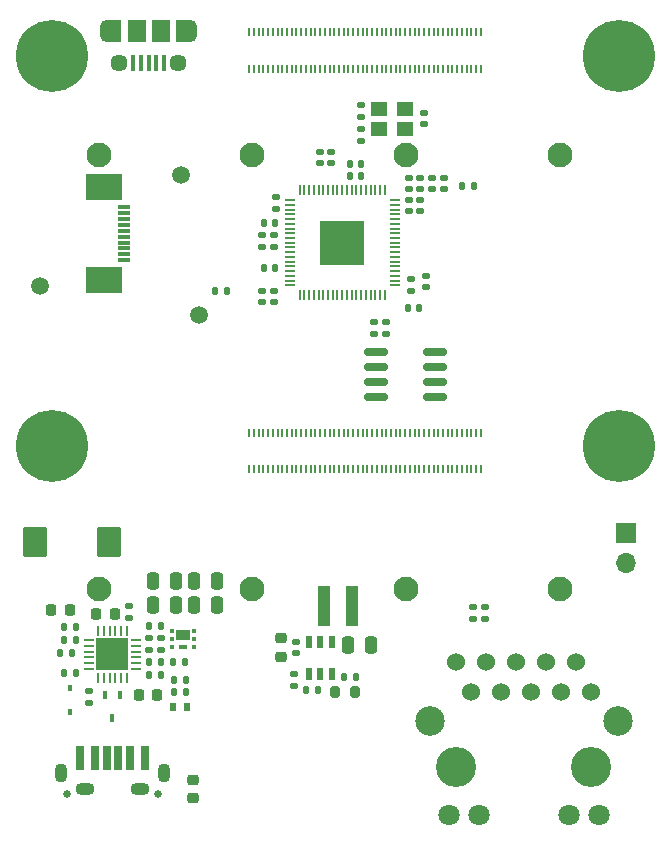
<source format=gbr>
%TF.GenerationSoftware,KiCad,Pcbnew,(6.0.4)*%
%TF.CreationDate,2022-08-11T23:06:16+02:00*%
%TF.ProjectId,MainBoard,4d61696e-426f-4617-9264-2e6b69636164,rev?*%
%TF.SameCoordinates,PXa344e00PY7102aa0*%
%TF.FileFunction,Soldermask,Top*%
%TF.FilePolarity,Negative*%
%FSLAX46Y46*%
G04 Gerber Fmt 4.6, Leading zero omitted, Abs format (unit mm)*
G04 Created by KiCad (PCBNEW (6.0.4)) date 2022-08-11 23:06:16*
%MOMM*%
%LPD*%
G01*
G04 APERTURE LIST*
G04 Aperture macros list*
%AMRoundRect*
0 Rectangle with rounded corners*
0 $1 Rounding radius*
0 $2 $3 $4 $5 $6 $7 $8 $9 X,Y pos of 4 corners*
0 Add a 4 corners polygon primitive as box body*
4,1,4,$2,$3,$4,$5,$6,$7,$8,$9,$2,$3,0*
0 Add four circle primitives for the rounded corners*
1,1,$1+$1,$2,$3*
1,1,$1+$1,$4,$5*
1,1,$1+$1,$6,$7*
1,1,$1+$1,$8,$9*
0 Add four rect primitives between the rounded corners*
20,1,$1+$1,$2,$3,$4,$5,0*
20,1,$1+$1,$4,$5,$6,$7,0*
20,1,$1+$1,$6,$7,$8,$9,0*
20,1,$1+$1,$8,$9,$2,$3,0*%
G04 Aperture macros list end*
%ADD10RoundRect,0.150000X-0.825000X-0.150000X0.825000X-0.150000X0.825000X0.150000X-0.825000X0.150000X0*%
%ADD11RoundRect,0.140000X0.140000X0.170000X-0.140000X0.170000X-0.140000X-0.170000X0.140000X-0.170000X0*%
%ADD12RoundRect,0.140000X0.170000X-0.140000X0.170000X0.140000X-0.170000X0.140000X-0.170000X-0.140000X0*%
%ADD13RoundRect,0.250000X-0.250000X-0.475000X0.250000X-0.475000X0.250000X0.475000X-0.250000X0.475000X0*%
%ADD14RoundRect,0.135000X-0.185000X0.135000X-0.185000X-0.135000X0.185000X-0.135000X0.185000X0.135000X0*%
%ADD15RoundRect,0.140000X-0.170000X0.140000X-0.170000X-0.140000X0.170000X-0.140000X0.170000X0.140000X0*%
%ADD16R,1.400000X1.200000*%
%ADD17RoundRect,0.218750X0.218750X0.256250X-0.218750X0.256250X-0.218750X-0.256250X0.218750X-0.256250X0*%
%ADD18RoundRect,0.140000X-0.140000X-0.170000X0.140000X-0.170000X0.140000X0.170000X-0.140000X0.170000X0*%
%ADD19RoundRect,0.135000X0.135000X0.185000X-0.135000X0.185000X-0.135000X-0.185000X0.135000X-0.185000X0*%
%ADD20R,0.980000X3.400000*%
%ADD21R,0.599999X1.000001*%
%ADD22RoundRect,0.225000X0.250000X-0.225000X0.250000X0.225000X-0.250000X0.225000X-0.250000X-0.225000X0*%
%ADD23RoundRect,0.135000X0.185000X-0.135000X0.185000X0.135000X-0.185000X0.135000X-0.185000X-0.135000X0*%
%ADD24R,0.550000X0.800000*%
%ADD25R,1.700000X1.700000*%
%ADD26O,1.700000X1.700000*%
%ADD27RoundRect,0.250000X-0.787500X-1.025000X0.787500X-1.025000X0.787500X1.025000X-0.787500X1.025000X0*%
%ADD28R,1.100000X0.300000*%
%ADD29R,3.100000X2.300000*%
%ADD30RoundRect,0.225000X0.225000X0.250000X-0.225000X0.250000X-0.225000X-0.250000X0.225000X-0.250000X0*%
%ADD31R,0.450000X0.700000*%
%ADD32RoundRect,0.250000X0.250000X0.475000X-0.250000X0.475000X-0.250000X-0.475000X0.250000X-0.475000X0*%
%ADD33RoundRect,0.200000X-0.200000X-0.275000X0.200000X-0.275000X0.200000X0.275000X-0.200000X0.275000X0*%
%ADD34RoundRect,0.062500X0.062500X-0.350000X0.062500X0.350000X-0.062500X0.350000X-0.062500X-0.350000X0*%
%ADD35RoundRect,0.062500X0.350000X-0.062500X0.350000X0.062500X-0.350000X0.062500X-0.350000X-0.062500X0*%
%ADD36R,2.700000X2.700000*%
%ADD37C,1.500000*%
%ADD38RoundRect,0.147500X0.147500X0.172500X-0.147500X0.172500X-0.147500X-0.172500X0.147500X-0.172500X0*%
%ADD39RoundRect,0.135000X-0.135000X-0.185000X0.135000X-0.185000X0.135000X0.185000X-0.135000X0.185000X0*%
%ADD40RoundRect,0.225000X-0.250000X0.225000X-0.250000X-0.225000X0.250000X-0.225000X0.250000X0.225000X0*%
%ADD41R,0.425000X0.400000*%
%ADD42R,1.150000X0.950000*%
%ADD43R,0.750000X0.300000*%
%ADD44RoundRect,0.147500X-0.147500X-0.172500X0.147500X-0.172500X0.147500X0.172500X-0.147500X0.172500X0*%
%ADD45R,0.400000X1.350000*%
%ADD46R,1.200000X1.900000*%
%ADD47O,1.200000X1.900000*%
%ADD48C,1.450000*%
%ADD49R,1.500000X1.900000*%
%ADD50C,3.400000*%
%ADD51C,1.524000*%
%ADD52C,1.800000*%
%ADD53C,2.500000*%
%ADD54C,6.100000*%
%ADD55R,0.200000X0.700000*%
%ADD56C,0.650000*%
%ADD57R,0.700000X2.000000*%
%ADD58R,0.760000X2.000000*%
%ADD59R,0.800000X2.000000*%
%ADD60O,1.100000X1.600000*%
%ADD61O,1.600000X1.100000*%
%ADD62RoundRect,0.218750X-0.218750X-0.256250X0.218750X-0.256250X0.218750X0.256250X-0.218750X0.256250X0*%
%ADD63RoundRect,0.050000X0.050000X-0.362500X0.050000X0.362500X-0.050000X0.362500X-0.050000X-0.362500X0*%
%ADD64RoundRect,0.050000X0.362500X-0.050000X0.362500X0.050000X-0.362500X0.050000X-0.362500X-0.050000X0*%
%ADD65R,3.800000X3.800000*%
%ADD66R,0.450000X0.600000*%
%ADD67C,2.100000*%
G04 APERTURE END LIST*
D10*
%TO.C,U5*%
X31025000Y41405000D03*
X31025000Y40135000D03*
X31025000Y38865000D03*
X31025000Y37595000D03*
X35975000Y37595000D03*
X35975000Y38865000D03*
X35975000Y40135000D03*
X35975000Y41405000D03*
%TD*%
D11*
%TO.C,C65*%
X12780000Y18200000D03*
X11820000Y18200000D03*
%TD*%
%TO.C,C84*%
X29280000Y13900000D03*
X28320000Y13900000D03*
%TD*%
D12*
%TO.C,C62*%
X6700000Y11720000D03*
X6700000Y12680000D03*
%TD*%
D13*
%TO.C,C72*%
X12170000Y22000000D03*
X14070000Y22000000D03*
%TD*%
D14*
%TO.C,R25*%
X24100000Y14110000D03*
X24100000Y13090000D03*
%TD*%
D12*
%TO.C,C30*%
X36770000Y55220000D03*
X36770000Y56180000D03*
%TD*%
D15*
%TO.C,C37*%
X35275000Y47880000D03*
X35275000Y46920000D03*
%TD*%
D16*
%TO.C,Y1*%
X31300000Y60250000D03*
X33500000Y60250000D03*
X33500000Y61950000D03*
X31300000Y61950000D03*
%TD*%
D17*
%TO.C,D10*%
X8887500Y19200000D03*
X7312500Y19200000D03*
%TD*%
D18*
%TO.C,C64*%
X4290000Y15900000D03*
X5250000Y15900000D03*
%TD*%
D19*
%TO.C,R16*%
X14810000Y15200000D03*
X13790000Y15200000D03*
%TD*%
D20*
%TO.C,L2*%
X26615000Y19900000D03*
X28985000Y19900000D03*
%TD*%
D12*
%TO.C,C45*%
X33770000Y53320000D03*
X33770000Y54280000D03*
%TD*%
D21*
%TO.C,U8*%
X27250001Y16875001D03*
X26300000Y16875001D03*
X25350002Y16875001D03*
X25350002Y14125001D03*
X26300000Y14125001D03*
X27250001Y14125001D03*
%TD*%
D22*
%TO.C,C82*%
X23000000Y15625000D03*
X23000000Y17175000D03*
%TD*%
D23*
%TO.C,R19*%
X12800000Y16190000D03*
X12800000Y17210000D03*
%TD*%
D11*
%TO.C,C49*%
X29750000Y56300000D03*
X28790000Y56300000D03*
%TD*%
D15*
%TO.C,C54*%
X21400000Y46580000D03*
X21400000Y45620000D03*
%TD*%
D24*
%TO.C,D5*%
X15047700Y11325400D03*
X13797700Y11325400D03*
%TD*%
D15*
%TO.C,C11*%
X35100000Y61680000D03*
X35100000Y60720000D03*
%TD*%
D14*
%TO.C,R10*%
X33975000Y47585000D03*
X33975000Y46565000D03*
%TD*%
D25*
%TO.C,J6*%
X52170000Y26075000D03*
D26*
X52170000Y23535000D03*
%TD*%
D14*
%TO.C,R2*%
X40270000Y19810000D03*
X40270000Y18790000D03*
%TD*%
%TO.C,R3*%
X29700000Y60310000D03*
X29700000Y59290000D03*
%TD*%
D12*
%TO.C,C27*%
X34770000Y53320000D03*
X34770000Y54280000D03*
%TD*%
D27*
%TO.C,C79*%
X2157500Y25300000D03*
X8382500Y25300000D03*
%TD*%
D28*
%TO.C,J8*%
X9650000Y53675000D03*
X9650000Y53175000D03*
X9650000Y52675000D03*
X9650000Y52175000D03*
X9650000Y51675000D03*
X9650000Y51175000D03*
X9650000Y50675000D03*
X9650000Y50175000D03*
X9650000Y49675000D03*
X9650000Y49175000D03*
D29*
X7950000Y47505000D03*
X7950000Y55345000D03*
%TD*%
D12*
%TO.C,C50*%
X22400000Y50320000D03*
X22400000Y51280000D03*
%TD*%
D30*
%TO.C,C61*%
X12475000Y12400000D03*
X10925000Y12400000D03*
%TD*%
D14*
%TO.C,R1*%
X39185000Y19800000D03*
X39185000Y18780000D03*
%TD*%
D13*
%TO.C,C67*%
X12170000Y19950000D03*
X14070000Y19950000D03*
%TD*%
D14*
%TO.C,R4*%
X22540000Y54570000D03*
X22540000Y53550000D03*
%TD*%
D15*
%TO.C,C12*%
X26250000Y58380000D03*
X26250000Y57420000D03*
%TD*%
D11*
%TO.C,C32*%
X22480000Y52300000D03*
X21520000Y52300000D03*
%TD*%
D31*
%TO.C,D6*%
X9350000Y12400000D03*
X8050000Y12400000D03*
X8700000Y10400000D03*
%TD*%
D32*
%TO.C,C81*%
X17520000Y19950000D03*
X15620000Y19950000D03*
%TD*%
D18*
%TO.C,C42*%
X33690000Y45150000D03*
X34650000Y45150000D03*
%TD*%
D33*
%TO.C,R24*%
X27575000Y12600000D03*
X29225000Y12600000D03*
%TD*%
D15*
%TO.C,C44*%
X31875000Y43930000D03*
X31875000Y42970000D03*
%TD*%
D11*
%TO.C,C43*%
X22450000Y48500000D03*
X21490000Y48500000D03*
%TD*%
D34*
%TO.C,U6*%
X7450000Y13837500D03*
X7950000Y13837500D03*
X8450000Y13837500D03*
X8950000Y13837500D03*
X9450000Y13837500D03*
X9950000Y13837500D03*
D35*
X10662500Y14550000D03*
X10662500Y15050000D03*
X10662500Y15550000D03*
X10662500Y16050000D03*
X10662500Y16550000D03*
X10662500Y17050000D03*
D34*
X9950000Y17762500D03*
X9450000Y17762500D03*
X8950000Y17762500D03*
X8450000Y17762500D03*
X7950000Y17762500D03*
X7450000Y17762500D03*
D35*
X6737500Y17050000D03*
X6737500Y16550000D03*
X6737500Y16050000D03*
X6737500Y15550000D03*
X6737500Y15050000D03*
X6737500Y14550000D03*
D36*
X8700000Y15800000D03*
%TD*%
D37*
%TO.C,TP2*%
X14475000Y56375000D03*
%TD*%
D38*
%TO.C,FB4*%
X39285000Y55500000D03*
X38315000Y55500000D03*
%TD*%
D39*
%TO.C,R12*%
X11790000Y14100000D03*
X12810000Y14100000D03*
%TD*%
D40*
%TO.C,C60*%
X15500000Y5175000D03*
X15500000Y3625000D03*
%TD*%
D41*
%TO.C,Q1*%
X13762500Y17750000D03*
X13762500Y17100000D03*
X13762500Y16450000D03*
X15637500Y16450000D03*
X15637500Y17100000D03*
X15637500Y17750000D03*
D42*
X14700000Y17425000D03*
D43*
X14700000Y16450000D03*
%TD*%
D12*
%TO.C,C25*%
X35770000Y55220000D03*
X35770000Y56180000D03*
%TD*%
D15*
%TO.C,C13*%
X27200000Y58380000D03*
X27200000Y57420000D03*
%TD*%
D11*
%TO.C,C22*%
X29750000Y57300000D03*
X28790000Y57300000D03*
%TD*%
D13*
%TO.C,C85*%
X28650000Y16600000D03*
X30550000Y16600000D03*
%TD*%
D39*
%TO.C,R13*%
X4590000Y18100000D03*
X5610000Y18100000D03*
%TD*%
D23*
%TO.C,R18*%
X11800000Y16190000D03*
X11800000Y17210000D03*
%TD*%
D12*
%TO.C,C83*%
X24200000Y15920000D03*
X24200000Y16880000D03*
%TD*%
D15*
%TO.C,C51*%
X22400000Y46580000D03*
X22400000Y45620000D03*
%TD*%
%TO.C,C46*%
X30875000Y43930000D03*
X30875000Y42970000D03*
%TD*%
D37*
%TO.C,TP3*%
X2550000Y46975000D03*
%TD*%
D44*
%TO.C,D7*%
X13915000Y13600000D03*
X14885000Y13600000D03*
%TD*%
D45*
%TO.C,J7*%
X13070000Y65847500D03*
X12420000Y65847500D03*
X11770000Y65847500D03*
X11120000Y65847500D03*
X10470000Y65847500D03*
D46*
X14670000Y68547500D03*
D47*
X15270000Y68547500D03*
D48*
X9270000Y65847500D03*
D47*
X8270000Y68547500D03*
D49*
X12770000Y68547500D03*
D46*
X8870000Y68547500D03*
D48*
X14270000Y65847500D03*
D49*
X10770000Y68547500D03*
%TD*%
D19*
%TO.C,R11*%
X14910000Y12600000D03*
X13890000Y12600000D03*
%TD*%
D32*
%TO.C,C78*%
X17540000Y22000000D03*
X15640000Y22000000D03*
%TD*%
D39*
%TO.C,R14*%
X11790000Y15200000D03*
X12810000Y15200000D03*
%TD*%
D50*
%TO.C,U3*%
X49250000Y6300000D03*
X37820000Y6300000D03*
D51*
X37820000Y15190000D03*
X39090000Y12650000D03*
X40360000Y15190000D03*
X41630000Y12650000D03*
X42900000Y15190000D03*
X44170000Y12650000D03*
X45440000Y15190000D03*
X46710000Y12650000D03*
X47980000Y15190000D03*
X49250000Y12650000D03*
D52*
X37210000Y2190000D03*
X39750000Y2190000D03*
X47320000Y2190000D03*
X49860000Y2190000D03*
D53*
X35610000Y10190000D03*
X51460000Y10190000D03*
%TD*%
D23*
%TO.C,R17*%
X10100000Y18890000D03*
X10100000Y19910000D03*
%TD*%
D18*
%TO.C,C63*%
X4620000Y14200000D03*
X5580000Y14200000D03*
%TD*%
D54*
%TO.C,Module1*%
X51580000Y33490000D03*
X51580000Y66490000D03*
X3580000Y33490000D03*
X3580000Y66490000D03*
D55*
X20280000Y31490000D03*
X20280000Y34570000D03*
X20680000Y31490000D03*
X20680000Y34570000D03*
X21080000Y31490000D03*
X21080000Y34570000D03*
X21480000Y31490000D03*
X21480000Y34570000D03*
X21880000Y31490000D03*
X21880000Y34570000D03*
X22280000Y31490000D03*
X22280000Y34570000D03*
X22680000Y31490000D03*
X22680000Y34570000D03*
X23080000Y31490000D03*
X23080000Y34570000D03*
X23480000Y31490000D03*
X23480000Y34570000D03*
X23880000Y31490000D03*
X23880000Y34570000D03*
X24280000Y31490000D03*
X24280000Y34570000D03*
X24680000Y31490000D03*
X24680000Y34570000D03*
X25080000Y31490000D03*
X25080000Y34570000D03*
X25480000Y31490000D03*
X25480000Y34570000D03*
X25880000Y31490000D03*
X25880000Y34570000D03*
X26280000Y31490000D03*
X26280000Y34570000D03*
X26680000Y31490000D03*
X26680000Y34570000D03*
X27080000Y31490000D03*
X27080000Y34570000D03*
X27480000Y31490000D03*
X27480000Y34570000D03*
X27880000Y31490000D03*
X27880000Y34570000D03*
X28280000Y31490000D03*
X28280000Y34570000D03*
X28680000Y31490000D03*
X28680000Y34570000D03*
X29080000Y31490000D03*
X29080000Y34570000D03*
X29480000Y31490000D03*
X29480000Y34570000D03*
X29880000Y31490000D03*
X29880000Y34570000D03*
X30280000Y31490000D03*
X30280000Y34570000D03*
X30680000Y31490000D03*
X30680000Y34570000D03*
X31080000Y31490000D03*
X31080000Y34570000D03*
X31480000Y31490000D03*
X31480000Y34570000D03*
X31880000Y31490000D03*
X31880000Y34570000D03*
X32280000Y31490000D03*
X32280000Y34570000D03*
X32680000Y31490000D03*
X32680000Y34570000D03*
X33080000Y31490000D03*
X33080000Y34570000D03*
X33480000Y31490000D03*
X33480000Y34570000D03*
X33880000Y31490000D03*
X33880000Y34570000D03*
X34280000Y31490000D03*
X34280000Y34570000D03*
X34680000Y31490000D03*
X34680000Y34570000D03*
X35080000Y31490000D03*
X35080000Y34570000D03*
X35480000Y31490000D03*
X35480000Y34570000D03*
X35880000Y31490000D03*
X35880000Y34570000D03*
X36280000Y31490000D03*
X36280000Y34570000D03*
X36680000Y31490000D03*
X36680000Y34570000D03*
X37080000Y31490000D03*
X37080000Y34570000D03*
X37480000Y31490000D03*
X37480000Y34570000D03*
X37880000Y31490000D03*
X37880000Y34570000D03*
X38280000Y31490000D03*
X38280000Y34570000D03*
X38680000Y31490000D03*
X38680000Y34570000D03*
X39080000Y31490000D03*
X39080000Y34570000D03*
X39480000Y31490000D03*
X39480000Y34570000D03*
X39880000Y31490000D03*
X39880000Y34570000D03*
X20280000Y65410000D03*
X20280000Y68490000D03*
X20680000Y65410000D03*
X20680000Y68490000D03*
X21080000Y65410000D03*
X21080000Y68490000D03*
X21480000Y65410000D03*
X21480000Y68490000D03*
X21880000Y65410000D03*
X21880000Y68490000D03*
X22280000Y65410000D03*
X22280000Y68490000D03*
X22680000Y65410000D03*
X22680000Y68490000D03*
X23080000Y65410000D03*
X23080000Y68490000D03*
X23480000Y65410000D03*
X23480000Y68490000D03*
X23880000Y65410000D03*
X23880000Y68490000D03*
X24280000Y65410000D03*
X24280000Y68490000D03*
X24680000Y65410000D03*
X24680000Y68490000D03*
X25080000Y65410000D03*
X25080000Y68490000D03*
X25480000Y65410000D03*
X25480000Y68490000D03*
X25880000Y65410000D03*
X25880000Y68490000D03*
X26280000Y65410000D03*
X26280000Y68490000D03*
X26680000Y65410000D03*
X26680000Y68490000D03*
X27080000Y65410000D03*
X27080000Y68490000D03*
X27480000Y65410000D03*
X27480000Y68490000D03*
X27880000Y65410000D03*
X27880000Y68490000D03*
X28280000Y65410000D03*
X28280000Y68490000D03*
X28680000Y65410000D03*
X28680000Y68490000D03*
X29080000Y65410000D03*
X29080000Y68490000D03*
X29480000Y65410000D03*
X29480000Y68490000D03*
X29880000Y65410000D03*
X29880000Y68490000D03*
X30280000Y65410000D03*
X30280000Y68490000D03*
X30680000Y65410000D03*
X30680000Y68490000D03*
X31080000Y65410000D03*
X31080000Y68490000D03*
X31480000Y65410000D03*
X31480000Y68490000D03*
X31880000Y65410000D03*
X31880000Y68490000D03*
X32280000Y65410000D03*
X32280000Y68490000D03*
X32680000Y65410000D03*
X32680000Y68490000D03*
X33080000Y65410000D03*
X33080000Y68490000D03*
X33480000Y65410000D03*
X33480000Y68490000D03*
X33880000Y65410000D03*
X33880000Y68490000D03*
X34280000Y65410000D03*
X34280000Y68490000D03*
X34680000Y65410000D03*
X34680000Y68490000D03*
X35080000Y65410000D03*
X35080000Y68490000D03*
X35480000Y65410000D03*
X35480000Y68490000D03*
X35880000Y65410000D03*
X35880000Y68490000D03*
X36280000Y65410000D03*
X36280000Y68490000D03*
X36680000Y65410000D03*
X36680000Y68490000D03*
X37080000Y65410000D03*
X37080000Y68490000D03*
X37480000Y65410000D03*
X37480000Y68490000D03*
X37880000Y65410000D03*
X37880000Y68490000D03*
X38280000Y65410000D03*
X38280000Y68490000D03*
X38680000Y65410000D03*
X38680000Y68490000D03*
X39080000Y65410000D03*
X39080000Y68490000D03*
X39480000Y65410000D03*
X39480000Y68490000D03*
X39880000Y65410000D03*
X39880000Y68490000D03*
%TD*%
D56*
%TO.C,J1*%
X12575000Y4000000D03*
X4825000Y4000000D03*
D57*
X8200000Y7000000D03*
D58*
X10220000Y7000000D03*
D59*
X11450000Y7000000D03*
D57*
X9200000Y7000000D03*
D58*
X7180000Y7000000D03*
D59*
X5950000Y7000000D03*
D60*
X4380000Y5800000D03*
X13020000Y5800000D03*
D61*
X6400000Y4370000D03*
X11000000Y4370000D03*
%TD*%
D12*
%TO.C,C40*%
X34770000Y55220000D03*
X34770000Y56180000D03*
%TD*%
D37*
%TO.C,TP1*%
X16050000Y44500000D03*
%TD*%
D44*
%TO.C,FB1*%
X17415000Y46600000D03*
X18385000Y46600000D03*
%TD*%
D19*
%TO.C,R26*%
X26110000Y12800000D03*
X25090000Y12800000D03*
%TD*%
D62*
%TO.C,D9*%
X3512500Y19600000D03*
X5087500Y19600000D03*
%TD*%
D12*
%TO.C,C55*%
X21400000Y50320000D03*
X21400000Y51280000D03*
%TD*%
%TO.C,C2*%
X29700000Y61320000D03*
X29700000Y62280000D03*
%TD*%
%TO.C,C35*%
X33770000Y55220000D03*
X33770000Y56180000D03*
%TD*%
D63*
%TO.C,U4*%
X24550000Y46222500D03*
X24950000Y46222500D03*
X25350000Y46222500D03*
X25750000Y46222500D03*
X26150000Y46222500D03*
X26550000Y46222500D03*
X26950000Y46222500D03*
X27350000Y46222500D03*
X27750000Y46222500D03*
X28150000Y46222500D03*
X28550000Y46222500D03*
X28950000Y46222500D03*
X29350000Y46222500D03*
X29750000Y46222500D03*
X30150000Y46222500D03*
X30550000Y46222500D03*
X30950000Y46222500D03*
X31350000Y46222500D03*
X31750000Y46222500D03*
D64*
X32587500Y47060000D03*
X32587500Y47460000D03*
X32587500Y47860000D03*
X32587500Y48260000D03*
X32587500Y48660000D03*
X32587500Y49060000D03*
X32587500Y49460000D03*
X32587500Y49860000D03*
X32587500Y50260000D03*
X32587500Y50660000D03*
X32587500Y51060000D03*
X32587500Y51460000D03*
X32587500Y51860000D03*
X32587500Y52260000D03*
X32587500Y52660000D03*
X32587500Y53060000D03*
X32587500Y53460000D03*
X32587500Y53860000D03*
X32587500Y54260000D03*
D63*
X31750000Y55097500D03*
X31350000Y55097500D03*
X30950000Y55097500D03*
X30550000Y55097500D03*
X30150000Y55097500D03*
X29750000Y55097500D03*
X29350000Y55097500D03*
X28950000Y55097500D03*
X28550000Y55097500D03*
X28150000Y55097500D03*
X27750000Y55097500D03*
X27350000Y55097500D03*
X26950000Y55097500D03*
X26550000Y55097500D03*
X26150000Y55097500D03*
X25750000Y55097500D03*
X25350000Y55097500D03*
X24950000Y55097500D03*
X24550000Y55097500D03*
D64*
X23712500Y54260000D03*
X23712500Y53860000D03*
X23712500Y53460000D03*
X23712500Y53060000D03*
X23712500Y52660000D03*
X23712500Y52260000D03*
X23712500Y51860000D03*
X23712500Y51460000D03*
X23712500Y51060000D03*
X23712500Y50660000D03*
X23712500Y50260000D03*
X23712500Y49860000D03*
X23712500Y49460000D03*
X23712500Y49060000D03*
X23712500Y48660000D03*
X23712500Y48260000D03*
X23712500Y47860000D03*
X23712500Y47460000D03*
X23712500Y47060000D03*
D65*
X28150000Y50660000D03*
%TD*%
D66*
%TO.C,D8*%
X5100000Y10900000D03*
X5100000Y13000000D03*
%TD*%
D19*
%TO.C,R15*%
X5610000Y17000000D03*
X4590000Y17000000D03*
%TD*%
D67*
%TO.C,J2*%
X46550000Y58130000D03*
X46550000Y21330000D03*
%TD*%
%TO.C,J3*%
X33550000Y21320000D03*
X33550000Y58120000D03*
%TD*%
%TO.C,J4*%
X20550000Y58130000D03*
X20550000Y21330000D03*
%TD*%
%TO.C,J5*%
X7540000Y21330000D03*
X7540000Y58130000D03*
%TD*%
M02*

</source>
